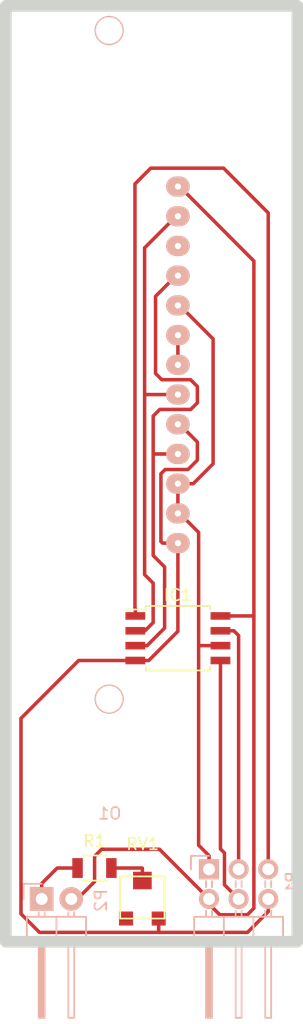
<source format=kicad_pcb>
(kicad_pcb (version 4) (host pcbnew 4.0.2+dfsg1-stable)

  (general
    (links 21)
    (no_connects 0)
    (area 190.847 130.999999 217.51 210.529001)
    (thickness 1.6)
    (drawings 4)
    (tracks 111)
    (zones 0)
    (modules 6)
    (nets 12)
  )

  (page A3)
  (layers
    (0 F.Cu signal)
    (31 B.Cu jumper)
    (36 B.SilkS user)
    (37 F.SilkS user)
    (44 Edge.Cuts user)
  )

  (setup
    (last_trace_width 0.3)
    (trace_clearance 0.2)
    (zone_clearance 0.508)
    (zone_45_only no)
    (trace_min 0.254)
    (segment_width 0.2)
    (edge_width 1)
    (via_size 0.889)
    (via_drill 0.635)
    (via_min_size 0.889)
    (via_min_drill 0.508)
    (uvia_size 0.508)
    (uvia_drill 0.127)
    (uvias_allowed no)
    (uvia_min_size 0.508)
    (uvia_min_drill 0.127)
    (pcb_text_width 0.3)
    (pcb_text_size 1.5 1.5)
    (mod_edge_width 0.15)
    (mod_text_size 1 1)
    (mod_text_width 0.15)
    (pad_size 1.5 3.5)
    (pad_drill 1)
    (pad_to_mask_clearance 0)
    (aux_axis_origin 192 203)
    (visible_elements FFFFEFBF)
    (pcbplotparams
      (layerselection 0x01000_00000001)
      (usegerberextensions false)
      (excludeedgelayer true)
      (linewidth 0.150000)
      (plotframeref false)
      (viasonmask false)
      (mode 1)
      (useauxorigin true)
      (hpglpennumber 1)
      (hpglpenspeed 20)
      (hpglpendiameter 15)
      (hpglpenoverlay 2)
      (psnegative false)
      (psa4output false)
      (plotreference true)
      (plotvalue true)
      (plotinvisibletext false)
      (padsonsilk false)
      (subtractmaskfromsilk false)
      (outputformat 1)
      (mirror false)
      (drillshape 0)
      (scaleselection 1)
      (outputdirectory ""))
  )

  (net 0 "")
  (net 1 RESET)
  (net 2 AO)
  (net 3 CLK)
  (net 4 GND)
  (net 5 MOSI)
  (net 6 MISO)
  (net 7 SCK)
  (net 8 VCC)
  (net 9 "Net-(O1-Pad7)")
  (net 10 "Net-(R1-Pad2)")
  (net 11 "Net-(P2-Pad1)")

  (net_class Default "This is the default net class."
    (clearance 0.2)
    (trace_width 0.3)
    (via_dia 0.889)
    (via_drill 0.635)
    (uvia_dia 0.508)
    (uvia_drill 0.127)
    (add_net AO)
    (add_net CLK)
    (add_net GND)
    (add_net MISO)
    (add_net MOSI)
    (add_net "Net-(O1-Pad7)")
    (add_net "Net-(P2-Pad1)")
    (add_net "Net-(R1-Pad2)")
    (add_net RESET)
    (add_net SCK)
    (add_net VCC)
  )

  (module Potentiometer_Trimmer-Bourne_TC33-X2 (layer F.Cu) (tedit 56FC6BEA) (tstamp 56FC6327)
    (at 203.708 208.217)
    (descr "Potentiometer, Trimmer, Piher, PT15, Type h 2.5, vertical, Rev A, 02 Aug 2010,")
    (tags "Potentiometer, Trimmer, Piher, PT15, Type h 2.5, vertical, Rev A, 02 Aug 2010,")
    (path /56FC5E1A)
    (fp_text reference RV1 (at 0.0254 -4.572) (layer F.SilkS)
      (effects (font (size 1 1) (thickness 0.15)))
    )
    (fp_text value POT (at 0.0254 4.6228) (layer F.Fab)
      (effects (font (size 1 1) (thickness 0.15)))
    )
    (fp_line (start 1.9 1.8) (end -1.9 1.8) (layer F.SilkS) (width 0.15))
    (fp_line (start 1.9 -1.8) (end 1.9 1.8) (layer F.SilkS) (width 0.15))
    (fp_line (start -1.9 -1.8) (end 1.9 -1.8) (layer F.SilkS) (width 0.15))
    (fp_line (start -1.9 1.8) (end -1.9 -1.8) (layer F.SilkS) (width 0.15))
    (pad 2 smd rect (at 0 -1.45) (size 1.6 1.5) (layers F.Cu)
      (net 10 "Net-(R1-Pad2)"))
    (pad 3 smd rect (at 1.4 1.8) (size 1.2 1.2) (layers F.Cu)
      (net 4 GND))
    (pad 1 smd rect (at -1.4 1.8) (size 1.2 1.2) (layers F.Cu))
  )

  (module TSL1406R:TSL1406R (layer B.Cu) (tedit 56FC634F) (tstamp 56FC62B5)
    (at 200.861 162.687)
    (descr "Through hole pin header")
    (tags "pin header")
    (path /56FC4E9C)
    (fp_text reference O1 (at 0.0508 38.3486) (layer B.SilkS)
      (effects (font (size 1 1) (thickness 0.15)) (justify mirror))
    )
    (fp_text value TSL1406R (at 0.0508 36.3486) (layer B.Fab)
      (effects (font (size 1 1) (thickness 0.15)) (justify mirror))
    )
    (fp_line (start -5.535 -30.6) (end 7.165 -30.6) (layer B.CrtYd) (width 0.15))
    (fp_line (start -5.535 30.6) (end 7.165 30.6) (layer B.CrtYd) (width 0.15))
    (fp_line (start -5.535 30.6) (end -5.535 -30.6) (layer B.CrtYd) (width 0.05))
    (fp_line (start 7.165 30.6) (end 7.165 -30.6) (layer B.CrtYd) (width 0.05))
    (pad 7 thru_hole oval (at 5.895 0) (size 2.032 1.7272) (drill 0.533) (layers *.Cu *.Mask B.SilkS)
      (net 9 "Net-(O1-Pad7)"))
    (pad 6 thru_hole oval (at 5.895 2.54) (size 2.032 1.7272) (drill 0.533) (layers *.Cu *.Mask B.SilkS)
      (net 2 AO))
    (pad 5 thru_hole oval (at 5.895 5.08) (size 2.032 1.7272) (drill 0.533) (layers *.Cu *.Mask B.SilkS)
      (net 4 GND))
    (pad 4 thru_hole oval (at 5.895 7.62) (size 2.032 1.7272) (drill 0.533) (layers *.Cu *.Mask B.SilkS)
      (net 3 CLK))
    (pad 3 thru_hole oval (at 5.895 10.16) (size 2.032 1.7272) (drill 0.533) (layers *.Cu *.Mask B.SilkS)
      (net 6 MISO))
    (pad 2 thru_hole oval (at 5.895 12.7) (size 2.032 1.7272) (drill 0.533) (layers *.Cu *.Mask B.SilkS)
      (net 6 MISO))
    (pad 1 thru_hole oval (at 5.895 15.24) (size 2.032 1.7272) (drill 0.533) (layers *.Cu *.Mask B.SilkS)
      (net 4 GND))
    (pad 8 thru_hole oval (at 5.895 -2.54) (size 2.032 1.7272) (drill 0.533) (layers *.Cu *.Mask B.SilkS)
      (net 9 "Net-(O1-Pad7)"))
    (pad 9 thru_hole oval (at 5.895 -5.08) (size 2.032 1.7272) (drill 0.533) (layers *.Cu *.Mask B.SilkS)
      (net 6 MISO))
    (pad 10 thru_hole oval (at 5.895 -7.62) (size 2.032 1.7272) (drill 0.533) (layers *.Cu *.Mask B.SilkS)
      (net 3 CLK))
    (pad 11 thru_hole oval (at 5.895 -10.16) (size 2.032 1.7272) (drill 0.533) (layers *.Cu *.Mask B.SilkS))
    (pad 12 thru_hole oval (at 5.895 -12.7) (size 2.032 1.7272) (drill 0.533) (layers *.Cu *.Mask B.SilkS)
      (net 2 AO))
    (pad 13 thru_hole oval (at 5.895 -15.24) (size 2.032 1.7272) (drill 0.533) (layers *.Cu *.Mask B.SilkS)
      (net 8 VCC))
    (pad 0 thru_hole circle (at 0 -28.575) (size 2.5 2.5) (drill 2.26) (layers *.Cu *.Mask B.SilkS))
    (pad 0 thru_hole circle (at 0 28.575) (size 2.5 2.5) (drill 2.26) (layers *.Cu *.Mask B.SilkS))
    (model Pin_Headers.3dshapes/Pin_Header_Straight_1x13.wrl
      (at (xyz 0 -0.6 0))
      (scale (xyz 1 1 1))
      (rotate (xyz 0 0 90))
    )
  )

  (module Housings_SOIC:SOIJ-8_5.3x5.3mm_Pitch1.27mm (layer F.Cu) (tedit 54130A77) (tstamp 56FC629E)
    (at 206.756 186.055)
    (descr "8-Lead Plastic Small Outline (SM) - Medium, 5.28 mm Body [SOIC] (see Microchip Packaging Specification 00000049BS.pdf)")
    (tags "SOIC 1.27")
    (path /56FC495A)
    (attr smd)
    (fp_text reference IC1 (at 0 -3.68) (layer F.SilkS)
      (effects (font (size 1 1) (thickness 0.15)))
    )
    (fp_text value ATTINY45-S (at 0 3.68) (layer F.Fab)
      (effects (font (size 1 1) (thickness 0.15)))
    )
    (fp_line (start -4.75 -2.95) (end -4.75 2.95) (layer F.CrtYd) (width 0.05))
    (fp_line (start 4.75 -2.95) (end 4.75 2.95) (layer F.CrtYd) (width 0.05))
    (fp_line (start -4.75 -2.95) (end 4.75 -2.95) (layer F.CrtYd) (width 0.05))
    (fp_line (start -4.75 2.95) (end 4.75 2.95) (layer F.CrtYd) (width 0.05))
    (fp_line (start -2.75 -2.755) (end -2.75 -2.455) (layer F.SilkS) (width 0.15))
    (fp_line (start 2.75 -2.755) (end 2.75 -2.455) (layer F.SilkS) (width 0.15))
    (fp_line (start 2.75 2.755) (end 2.75 2.455) (layer F.SilkS) (width 0.15))
    (fp_line (start -2.75 2.755) (end -2.75 2.455) (layer F.SilkS) (width 0.15))
    (fp_line (start -2.75 -2.755) (end 2.75 -2.755) (layer F.SilkS) (width 0.15))
    (fp_line (start -2.75 2.755) (end 2.75 2.755) (layer F.SilkS) (width 0.15))
    (fp_line (start -2.75 -2.455) (end -4.5 -2.455) (layer F.SilkS) (width 0.15))
    (pad 1 smd rect (at -3.65 -1.905) (size 1.7 0.65) (layers F.Cu)
      (net 1 RESET))
    (pad 2 smd rect (at -3.65 -0.635) (size 1.7 0.65) (layers F.Cu)
      (net 2 AO))
    (pad 3 smd rect (at -3.65 0.635) (size 1.7 0.65) (layers F.Cu)
      (net 3 CLK))
    (pad 4 smd rect (at -3.65 1.905) (size 1.7 0.65) (layers F.Cu)
      (net 4 GND))
    (pad 5 smd rect (at 3.65 1.905) (size 1.7 0.65) (layers F.Cu)
      (net 5 MOSI))
    (pad 6 smd rect (at 3.65 0.635) (size 1.7 0.65) (layers F.Cu)
      (net 6 MISO))
    (pad 7 smd rect (at 3.65 -0.635) (size 1.7 0.65) (layers F.Cu)
      (net 7 SCK))
    (pad 8 smd rect (at 3.65 -1.905) (size 1.7 0.65) (layers F.Cu)
      (net 8 VCC))
    (model Housings_SOIC.3dshapes/SOIJ-8_5.3x5.3mm_Pitch1.27mm.wrl
      (at (xyz 0 0 0))
      (scale (xyz 1 1 1))
      (rotate (xyz 0 0 0))
    )
  )

  (module Pin_Headers:Pin_Header_Angled_2x03 (layer B.Cu) (tedit 0) (tstamp 56FC62EC)
    (at 209.423 205.804 270)
    (descr "Through hole pin header")
    (tags "pin header")
    (path /56FC4F3F)
    (fp_text reference P1 (at 1.143 -7.112 270) (layer B.SilkS)
      (effects (font (size 1 1) (thickness 0.15)) (justify mirror))
    )
    (fp_text value ICSP (at 0 3.1 270) (layer B.Fab)
      (effects (font (size 1 1) (thickness 0.15)) (justify mirror))
    )
    (fp_line (start -1.35 1.75) (end -1.35 -6.85) (layer B.CrtYd) (width 0.05))
    (fp_line (start 13.2 1.75) (end 13.2 -6.85) (layer B.CrtYd) (width 0.05))
    (fp_line (start -1.35 1.75) (end 13.2 1.75) (layer B.CrtYd) (width 0.05))
    (fp_line (start -1.35 -6.85) (end 13.2 -6.85) (layer B.CrtYd) (width 0.05))
    (fp_line (start 1.524 -5.334) (end 1.016 -5.334) (layer B.SilkS) (width 0.15))
    (fp_line (start 1.524 -4.826) (end 1.016 -4.826) (layer B.SilkS) (width 0.15))
    (fp_line (start 1.524 -2.794) (end 1.016 -2.794) (layer B.SilkS) (width 0.15))
    (fp_line (start 1.524 -2.286) (end 1.016 -2.286) (layer B.SilkS) (width 0.15))
    (fp_line (start 1.524 -0.254) (end 1.016 -0.254) (layer B.SilkS) (width 0.15))
    (fp_line (start 1.524 0.254) (end 1.016 0.254) (layer B.SilkS) (width 0.15))
    (fp_line (start 4.064 -2.286) (end 3.556 -2.286) (layer B.SilkS) (width 0.15))
    (fp_line (start 4.064 -2.794) (end 3.556 -2.794) (layer B.SilkS) (width 0.15))
    (fp_line (start 4.064 -4.826) (end 3.556 -4.826) (layer B.SilkS) (width 0.15))
    (fp_line (start 4.064 -5.334) (end 3.556 -5.334) (layer B.SilkS) (width 0.15))
    (fp_line (start 4.064 0.254) (end 3.556 0.254) (layer B.SilkS) (width 0.15))
    (fp_line (start 4.064 -0.254) (end 3.556 -0.254) (layer B.SilkS) (width 0.15))
    (fp_line (start 0 1.55) (end -1.15 1.55) (layer B.SilkS) (width 0.15))
    (fp_line (start -1.15 1.55) (end -1.15 0) (layer B.SilkS) (width 0.15))
    (fp_line (start 6.604 0.127) (end 12.573 0.127) (layer B.SilkS) (width 0.15))
    (fp_line (start 12.573 0.127) (end 12.573 -0.127) (layer B.SilkS) (width 0.15))
    (fp_line (start 12.573 -0.127) (end 6.731 -0.127) (layer B.SilkS) (width 0.15))
    (fp_line (start 6.731 -0.127) (end 6.731 0) (layer B.SilkS) (width 0.15))
    (fp_line (start 6.731 0) (end 12.573 0) (layer B.SilkS) (width 0.15))
    (fp_line (start 4.064 -1.27) (end 4.064 -3.81) (layer B.SilkS) (width 0.15))
    (fp_line (start 4.064 -3.81) (end 6.604 -3.81) (layer B.SilkS) (width 0.15))
    (fp_line (start 6.604 -2.286) (end 12.7 -2.286) (layer B.SilkS) (width 0.15))
    (fp_line (start 12.7 -2.286) (end 12.7 -2.794) (layer B.SilkS) (width 0.15))
    (fp_line (start 12.7 -2.794) (end 6.604 -2.794) (layer B.SilkS) (width 0.15))
    (fp_line (start 6.604 -3.81) (end 6.604 -1.27) (layer B.SilkS) (width 0.15))
    (fp_line (start 4.064 -6.35) (end 6.604 -6.35) (layer B.SilkS) (width 0.15))
    (fp_line (start 6.604 -6.35) (end 6.604 -3.81) (layer B.SilkS) (width 0.15))
    (fp_line (start 12.7 -5.334) (end 6.604 -5.334) (layer B.SilkS) (width 0.15))
    (fp_line (start 12.7 -4.826) (end 12.7 -5.334) (layer B.SilkS) (width 0.15))
    (fp_line (start 6.604 -4.826) (end 12.7 -4.826) (layer B.SilkS) (width 0.15))
    (fp_line (start 4.064 -6.35) (end 6.604 -6.35) (layer B.SilkS) (width 0.15))
    (fp_line (start 4.064 -3.81) (end 4.064 -6.35) (layer B.SilkS) (width 0.15))
    (fp_line (start 4.064 -3.81) (end 6.604 -3.81) (layer B.SilkS) (width 0.15))
    (fp_line (start 4.064 -1.27) (end 6.604 -1.27) (layer B.SilkS) (width 0.15))
    (fp_line (start 6.604 -1.27) (end 6.604 1.27) (layer B.SilkS) (width 0.15))
    (fp_line (start 12.7 -0.254) (end 6.604 -0.254) (layer B.SilkS) (width 0.15))
    (fp_line (start 12.7 0.254) (end 12.7 -0.254) (layer B.SilkS) (width 0.15))
    (fp_line (start 6.604 0.254) (end 12.7 0.254) (layer B.SilkS) (width 0.15))
    (fp_line (start 4.064 -1.27) (end 6.604 -1.27) (layer B.SilkS) (width 0.15))
    (fp_line (start 4.064 1.27) (end 4.064 -1.27) (layer B.SilkS) (width 0.15))
    (fp_line (start 4.064 1.27) (end 6.604 1.27) (layer B.SilkS) (width 0.15))
    (pad 1 thru_hole rect (at 0 0 270) (size 1.7272 1.7272) (drill 1.016) (layers *.Cu *.Mask B.SilkS)
      (net 6 MISO))
    (pad 2 thru_hole oval (at 2.54 0 270) (size 1.7272 1.7272) (drill 1.016) (layers *.Cu *.Mask B.SilkS)
      (net 8 VCC))
    (pad 3 thru_hole oval (at 0 -2.54 270) (size 1.7272 1.7272) (drill 1.016) (layers *.Cu *.Mask B.SilkS)
      (net 7 SCK))
    (pad 4 thru_hole oval (at 2.54 -2.54 270) (size 1.7272 1.7272) (drill 1.016) (layers *.Cu *.Mask B.SilkS)
      (net 5 MOSI))
    (pad 5 thru_hole oval (at 0 -5.08 270) (size 1.7272 1.7272) (drill 1.016) (layers *.Cu *.Mask B.SilkS)
      (net 1 RESET))
    (pad 6 thru_hole oval (at 2.54 -5.08 270) (size 1.7272 1.7272) (drill 1.016) (layers *.Cu *.Mask B.SilkS)
      (net 4 GND))
    (model Pin_Headers.3dshapes/Pin_Header_Angled_2x03.wrl
      (at (xyz 0.05 -0.1 0))
      (scale (xyz 1 1 1))
      (rotate (xyz 0 0 90))
    )
  )

  (module Pin_Headers:Pin_Header_Angled_1x02 (layer B.Cu) (tedit 0) (tstamp 56FC630F)
    (at 195.072 208.344 270)
    (descr "Through hole pin header")
    (tags "pin header")
    (path /56FC5D16)
    (fp_text reference P2 (at 0.127 -5.08 270) (layer B.SilkS)
      (effects (font (size 1 1) (thickness 0.15)) (justify mirror))
    )
    (fp_text value LED (at 0 3.1 270) (layer B.Fab)
      (effects (font (size 1 1) (thickness 0.15)) (justify mirror))
    )
    (fp_line (start -1.5 1.75) (end -1.5 -4.3) (layer B.CrtYd) (width 0.05))
    (fp_line (start 10.65 1.75) (end 10.65 -4.3) (layer B.CrtYd) (width 0.05))
    (fp_line (start -1.5 1.75) (end 10.65 1.75) (layer B.CrtYd) (width 0.05))
    (fp_line (start -1.5 -4.3) (end 10.65 -4.3) (layer B.CrtYd) (width 0.05))
    (fp_line (start -1.3 1.55) (end -1.3 0) (layer B.SilkS) (width 0.15))
    (fp_line (start 0 1.55) (end -1.3 1.55) (layer B.SilkS) (width 0.15))
    (fp_line (start 4.191 0.127) (end 10.033 0.127) (layer B.SilkS) (width 0.15))
    (fp_line (start 10.033 0.127) (end 10.033 -0.127) (layer B.SilkS) (width 0.15))
    (fp_line (start 10.033 -0.127) (end 4.191 -0.127) (layer B.SilkS) (width 0.15))
    (fp_line (start 4.191 -0.127) (end 4.191 0) (layer B.SilkS) (width 0.15))
    (fp_line (start 4.191 0) (end 10.033 0) (layer B.SilkS) (width 0.15))
    (fp_line (start 1.524 0.254) (end 1.143 0.254) (layer B.SilkS) (width 0.15))
    (fp_line (start 1.524 -0.254) (end 1.143 -0.254) (layer B.SilkS) (width 0.15))
    (fp_line (start 1.524 -2.286) (end 1.143 -2.286) (layer B.SilkS) (width 0.15))
    (fp_line (start 1.524 -2.794) (end 1.143 -2.794) (layer B.SilkS) (width 0.15))
    (fp_line (start 1.524 1.27) (end 4.064 1.27) (layer B.SilkS) (width 0.15))
    (fp_line (start 1.524 -1.27) (end 4.064 -1.27) (layer B.SilkS) (width 0.15))
    (fp_line (start 1.524 -1.27) (end 1.524 -3.81) (layer B.SilkS) (width 0.15))
    (fp_line (start 1.524 -3.81) (end 4.064 -3.81) (layer B.SilkS) (width 0.15))
    (fp_line (start 4.064 -2.286) (end 10.16 -2.286) (layer B.SilkS) (width 0.15))
    (fp_line (start 10.16 -2.286) (end 10.16 -2.794) (layer B.SilkS) (width 0.15))
    (fp_line (start 10.16 -2.794) (end 4.064 -2.794) (layer B.SilkS) (width 0.15))
    (fp_line (start 4.064 -3.81) (end 4.064 -1.27) (layer B.SilkS) (width 0.15))
    (fp_line (start 4.064 -1.27) (end 4.064 1.27) (layer B.SilkS) (width 0.15))
    (fp_line (start 10.16 -0.254) (end 4.064 -0.254) (layer B.SilkS) (width 0.15))
    (fp_line (start 10.16 0.254) (end 10.16 -0.254) (layer B.SilkS) (width 0.15))
    (fp_line (start 4.064 0.254) (end 10.16 0.254) (layer B.SilkS) (width 0.15))
    (fp_line (start 1.524 -1.27) (end 4.064 -1.27) (layer B.SilkS) (width 0.15))
    (fp_line (start 1.524 1.27) (end 1.524 -1.27) (layer B.SilkS) (width 0.15))
    (pad 1 thru_hole rect (at 0 0 270) (size 2.032 2.032) (drill 1.016) (layers *.Cu *.Mask B.SilkS)
      (net 11 "Net-(P2-Pad1)"))
    (pad 2 thru_hole oval (at 0 -2.54 270) (size 2.032 2.032) (drill 1.016) (layers *.Cu *.Mask B.SilkS)
      (net 8 VCC))
    (model Pin_Headers.3dshapes/Pin_Header_Angled_1x02.wrl
      (at (xyz 0 -0.05 0))
      (scale (xyz 1 1 1))
      (rotate (xyz 0 0 90))
    )
  )

  (module Resistors_SMD:R_1206 (layer F.Cu) (tedit 5415CFA7) (tstamp 56FC6310)
    (at 199.6 205.7)
    (descr "Resistor SMD 1206, reflow soldering, Vishay (see dcrcw.pdf)")
    (tags "resistor 1206")
    (path /56FC5DCE)
    (attr smd)
    (fp_text reference R1 (at 0 -2.3) (layer F.SilkS)
      (effects (font (size 1 1) (thickness 0.15)))
    )
    (fp_text value R100 (at 0 2.3) (layer F.Fab)
      (effects (font (size 1 1) (thickness 0.15)))
    )
    (fp_line (start -2.2 -1.2) (end 2.2 -1.2) (layer F.CrtYd) (width 0.05))
    (fp_line (start -2.2 1.2) (end 2.2 1.2) (layer F.CrtYd) (width 0.05))
    (fp_line (start -2.2 -1.2) (end -2.2 1.2) (layer F.CrtYd) (width 0.05))
    (fp_line (start 2.2 -1.2) (end 2.2 1.2) (layer F.CrtYd) (width 0.05))
    (fp_line (start 1 1.075) (end -1 1.075) (layer F.SilkS) (width 0.15))
    (fp_line (start -1 -1.075) (end 1 -1.075) (layer F.SilkS) (width 0.15))
    (pad 1 smd rect (at -1.45 0) (size 0.9 1.7) (layers F.Cu)
      (net 11 "Net-(P2-Pad1)"))
    (pad 2 smd rect (at 1.45 0) (size 0.9 1.7) (layers F.Cu)
      (net 10 "Net-(R1-Pad2)"))
    (model Resistors_SMD.3dshapes/R_1206.wrl
      (at (xyz 0 0 0))
      (scale (xyz 1 1 1))
      (rotate (xyz 0 0 0))
    )
  )

  (gr_line (start 217 212) (end 192 212) (layer Edge.Cuts) (width 1))
  (gr_line (start 217 132) (end 217 212) (layer Edge.Cuts) (width 1))
  (gr_line (start 192 132) (end 217 132) (layer Edge.Cuts) (width 1))
  (gr_line (start 192 212) (end 192 132) (layer Edge.Cuts) (width 1))

  (segment (start 214.503 205.804) (end 214.503 149.703) (width 0.3) (layer F.Cu) (net 1))
  (segment (start 214.503 149.703) (end 210.674753 145.874753) (width 0.3) (layer F.Cu) (net 1))
  (segment (start 210.674753 145.874753) (end 204.425247 145.874753) (width 0.3) (layer F.Cu) (net 1))
  (segment (start 204.425247 145.874753) (end 203.073 147.227) (width 0.3) (layer F.Cu) (net 1))
  (segment (start 203.073 147.227) (end 203.073 183.492) (width 0.3) (layer F.Cu) (net 1))
  (segment (start 203.073 183.492) (end 203.106 183.525) (width 0.3) (layer F.Cu) (net 1))
  (segment (start 203.106 183.525) (end 203.106 184.15) (width 0.3) (layer F.Cu) (net 1))
  (segment (start 203.106 185.42) (end 203.934521 185.42) (width 0.3) (layer F.Cu) (net 2))
  (segment (start 203.934521 185.42) (end 204.634602 184.719919) (width 0.3) (layer F.Cu) (net 2))
  (segment (start 204.634602 184.719919) (end 204.634602 181.34995) (width 0.3) (layer F.Cu) (net 2))
  (segment (start 204.634602 181.34995) (end 203.903192 180.61854) (width 0.3) (layer F.Cu) (net 2))
  (segment (start 203.903192 165.227) (end 204.343 165.227) (width 0.3) (layer F.Cu) (net 2))
  (segment (start 203.903192 180.61854) (end 203.903192 165.227) (width 0.3) (layer F.Cu) (net 2))
  (segment (start 204.343 165.227) (end 203.902769 165.227) (width 0.3) (layer F.Cu) (net 2))
  (segment (start 203.902769 165.227) (end 203.902769 152.687831) (width 0.3) (layer F.Cu) (net 2))
  (segment (start 203.902769 152.687831) (end 206.6036 149.987) (width 0.3) (layer F.Cu) (net 2))
  (segment (start 206.6036 149.987) (end 206.756 149.987) (width 0.3) (layer F.Cu) (net 2))
  (segment (start 206.756 165.227) (end 205.44 165.227) (width 0.3) (layer F.Cu) (net 2))
  (segment (start 205.44 165.227) (end 204.343 165.227) (width 0.3) (layer F.Cu) (net 2))
  (segment (start 206.756 165.227) (end 206.6036 165.227) (width 0.3) (layer F.Cu) (net 2))
  (segment (start 206.756 170.307) (end 204.637964 170.307) (width 0.3) (layer F.Cu) (net 3))
  (segment (start 204.637964 170.307) (end 204.637964 167.062036) (width 0.3) (layer F.Cu) (net 3))
  (segment (start 204.637964 167.062036) (end 205.203 166.497) (width 0.3) (layer F.Cu) (net 3))
  (segment (start 205.203 166.497) (end 207.856657 166.497) (width 0.3) (layer F.Cu) (net 3))
  (segment (start 207.856657 166.497) (end 208.424388 165.929269) (width 0.3) (layer F.Cu) (net 3))
  (segment (start 206.6036 155.067) (end 206.756 155.067) (width 0.3) (layer F.Cu) (net 3))
  (segment (start 208.424388 165.929269) (end 208.424388 164.537476) (width 0.3) (layer F.Cu) (net 3))
  (segment (start 205.375827 163.959587) (end 204.837148 163.420908) (width 0.3) (layer F.Cu) (net 3))
  (segment (start 204.837148 156.833452) (end 206.6036 155.067) (width 0.3) (layer F.Cu) (net 3))
  (segment (start 208.424388 164.537476) (end 207.846499 163.959587) (width 0.3) (layer F.Cu) (net 3))
  (segment (start 207.846499 163.959587) (end 205.375827 163.959587) (width 0.3) (layer F.Cu) (net 3))
  (segment (start 204.837148 163.420908) (end 204.837148 156.833452) (width 0.3) (layer F.Cu) (net 3))
  (segment (start 206.9084 155.067) (end 206.756 155.067) (width 0.3) (layer F.Cu) (net 3))
  (segment (start 203.106 186.69) (end 204.115479 186.69) (width 0.3) (layer F.Cu) (net 3))
  (segment (start 204.115479 186.69) (end 205.61751 185.187969) (width 0.3) (layer F.Cu) (net 3))
  (segment (start 205.61751 185.187969) (end 205.61751 179.961398) (width 0.3) (layer F.Cu) (net 3))
  (segment (start 205.61751 179.961398) (end 204.637144 178.981032) (width 0.3) (layer F.Cu) (net 3))
  (segment (start 204.637144 178.981032) (end 204.637144 170.307) (width 0.3) (layer F.Cu) (net 3))
  (segment (start 204.637144 170.307) (end 206.756 170.307) (width 0.3) (layer F.Cu) (net 3))
  (segment (start 193.3 209.615002) (end 193.3 192.902681) (width 0.3) (layer F.Cu) (net 4))
  (segment (start 205.108 210.017) (end 205.108 211.2) (width 0.3) (layer F.Cu) (net 4))
  (segment (start 205.108 211.2) (end 194.884998 211.2) (width 0.3) (layer F.Cu) (net 4))
  (segment (start 194.884998 211.2) (end 193.3 209.615002) (width 0.3) (layer F.Cu) (net 4))
  (segment (start 193.3 192.902681) (end 198.242681 187.96) (width 0.3) (layer F.Cu) (net 4))
  (segment (start 198.242681 187.96) (end 201.956 187.96) (width 0.3) (layer F.Cu) (net 4))
  (segment (start 201.956 187.96) (end 203.106 187.96) (width 0.3) (layer F.Cu) (net 4))
  (segment (start 206.756 177.927) (end 205.44 177.927) (width 0.3) (layer F.Cu) (net 4))
  (segment (start 207.624686 171.63339) (end 208.424388 170.833688) (width 0.3) (layer F.Cu) (net 4))
  (segment (start 205.44 177.927) (end 205.3 177.787) (width 0.3) (layer F.Cu) (net 4))
  (segment (start 205.66661 171.63339) (end 207.624686 171.63339) (width 0.3) (layer F.Cu) (net 4))
  (segment (start 206.9084 167.767) (end 206.756 167.767) (width 0.3) (layer F.Cu) (net 4))
  (segment (start 205.3 177.787) (end 205.3 172) (width 0.3) (layer F.Cu) (net 4))
  (segment (start 205.3 172) (end 205.66661 171.63339) (width 0.3) (layer F.Cu) (net 4))
  (segment (start 208.424388 170.833688) (end 208.424388 169.282988) (width 0.3) (layer F.Cu) (net 4))
  (segment (start 208.424388 169.282988) (end 206.9084 167.767) (width 0.3) (layer F.Cu) (net 4))
  (segment (start 214.503 208.344) (end 214.503 209.42389) (width 0.3) (layer F.Cu) (net 4))
  (segment (start 214.503 209.42389) (end 212.726345 211.200545) (width 0.3) (layer F.Cu) (net 4))
  (segment (start 212.726345 211.200545) (end 205.108 211.200545) (width 0.3) (layer F.Cu) (net 4))
  (segment (start 205.108 211.200545) (end 205.108 210.017) (width 0.3) (layer F.Cu) (net 4))
  (segment (start 203.106 187.96) (end 204.256 187.96) (width 0.3) (layer F.Cu) (net 4))
  (segment (start 204.256 187.96) (end 206.756 185.46) (width 0.3) (layer F.Cu) (net 4))
  (segment (start 206.756 185.46) (end 206.756 179.0906) (width 0.3) (layer F.Cu) (net 4))
  (segment (start 206.756 179.0906) (end 206.756 177.927) (width 0.3) (layer F.Cu) (net 4))
  (segment (start 210.406 204.067036) (end 210.406 195.367036) (width 0.3) (layer F.Cu) (net 5))
  (segment (start 211.963 208.344) (end 210.749399 207.130399) (width 0.3) (layer F.Cu) (net 5))
  (segment (start 210.749399 207.130399) (end 210.749399 204.410435) (width 0.3) (layer F.Cu) (net 5))
  (segment (start 210.749399 204.410435) (end 210.406 204.067036) (width 0.3) (layer F.Cu) (net 5))
  (segment (start 210.406 195.367036) (end 210.406 187.96) (width 0.3) (layer F.Cu) (net 5))
  (segment (start 208.534 203.7514) (end 208.534 195.0514) (width 0.3) (layer F.Cu) (net 6))
  (segment (start 206.756 172.847) (end 208.072 172.847) (width 0.3) (layer F.Cu) (net 6))
  (segment (start 209.775321 171.143679) (end 209.775321 160.473921) (width 0.3) (layer F.Cu) (net 6))
  (segment (start 208.072 172.847) (end 209.775321 171.143679) (width 0.3) (layer F.Cu) (net 6))
  (segment (start 209.775321 160.473921) (end 206.9084 157.607) (width 0.3) (layer F.Cu) (net 6))
  (segment (start 206.9084 157.607) (end 206.756 157.607) (width 0.3) (layer F.Cu) (net 6))
  (segment (start 206.402813 157.607) (end 206.756 157.607) (width 0.3) (layer F.Cu) (net 6))
  (segment (start 208.534 177.0126) (end 208.534 186.69) (width 0.3) (layer F.Cu) (net 6))
  (segment (start 208.534 186.69) (end 208.534 195.0514) (width 0.3) (layer F.Cu) (net 6))
  (segment (start 210.406 186.69) (end 208.534 186.69) (width 0.3) (layer F.Cu) (net 6))
  (segment (start 208.534 203.7514) (end 209.423 204.6404) (width 0.3) (layer F.Cu) (net 6))
  (segment (start 209.423 204.6404) (end 209.423 205.804) (width 0.3) (layer F.Cu) (net 6))
  (segment (start 206.9084 175.387) (end 208.534 177.0126) (width 0.3) (layer F.Cu) (net 6))
  (segment (start 206.756 175.387) (end 206.756 172.847) (width 0.3) (layer F.Cu) (net 6))
  (segment (start 206.9084 175.387) (end 206.756 175.387) (width 0.3) (layer F.Cu) (net 6))
  (segment (start 211.963 205.804) (end 211.963 185.827) (width 0.3) (layer F.Cu) (net 7))
  (segment (start 211.963 185.827) (end 211.556 185.42) (width 0.3) (layer F.Cu) (net 7))
  (segment (start 211.556 185.42) (end 210.406 185.42) (width 0.3) (layer F.Cu) (net 7))
  (segment (start 209.423 208.344) (end 209.423 208.770863) (width 0.3) (layer F.Cu) (net 8))
  (segment (start 209.423 208.770863) (end 210.347176 209.695039) (width 0.3) (layer F.Cu) (net 8))
  (segment (start 213.271873 200.3) (end 213.271873 184.15) (width 0.3) (layer F.Cu) (net 8))
  (segment (start 210.347176 209.695039) (end 212.712962 209.695039) (width 0.3) (layer F.Cu) (net 8))
  (segment (start 212.712962 209.695039) (end 213.271873 209.136128) (width 0.3) (layer F.Cu) (net 8))
  (segment (start 213.271873 209.136128) (end 213.271873 200.3) (width 0.3) (layer F.Cu) (net 8))
  (segment (start 209.423 208.344) (end 205.176216 204.097216) (width 0.3) (layer F.Cu) (net 8))
  (segment (start 200.212018 204.097216) (end 199.611467 204.697767) (width 0.3) (layer F.Cu) (net 8))
  (segment (start 199.611467 206.859753) (end 198.12722 208.344) (width 0.3) (layer F.Cu) (net 8))
  (segment (start 205.176216 204.097216) (end 200.212018 204.097216) (width 0.3) (layer F.Cu) (net 8))
  (segment (start 199.611467 204.697767) (end 199.611467 206.859753) (width 0.3) (layer F.Cu) (net 8))
  (segment (start 198.12722 208.344) (end 197.612 208.344) (width 0.3) (layer F.Cu) (net 8))
  (segment (start 213.271873 184.15) (end 213.271873 153.810473) (width 0.3) (layer F.Cu) (net 8))
  (segment (start 210.406 184.15) (end 211.556 184.15) (width 0.3) (layer F.Cu) (net 8))
  (segment (start 211.556 184.15) (end 213.271873 184.15) (width 0.3) (layer F.Cu) (net 8))
  (segment (start 213.271873 153.810473) (end 206.9084 147.447) (width 0.3) (layer F.Cu) (net 8))
  (segment (start 206.9084 147.447) (end 206.756 147.447) (width 0.3) (layer F.Cu) (net 8))
  (segment (start 197.993 208.344) (end 197.612 208.725) (width 0.3) (layer F.Cu) (net 8))
  (segment (start 206.756 162.687) (end 206.756 160.147) (width 0.3) (layer F.Cu) (net 9))
  (segment (start 201.05 205.7) (end 203.691 205.7) (width 0.3) (layer F.Cu) (net 10))
  (segment (start 203.691 205.7) (end 203.708 205.717) (width 0.3) (layer F.Cu) (net 10))
  (segment (start 203.708 205.717) (end 203.708 206.767) (width 0.3) (layer F.Cu) (net 10))
  (segment (start 198.15 205.7) (end 196.4 205.7) (width 0.3) (layer F.Cu) (net 11))
  (segment (start 196.4 205.7) (end 195.072 207.028) (width 0.3) (layer F.Cu) (net 11))
  (segment (start 195.072 207.028) (end 195.072 208.344) (width 0.3) (layer F.Cu) (net 11))

)

</source>
